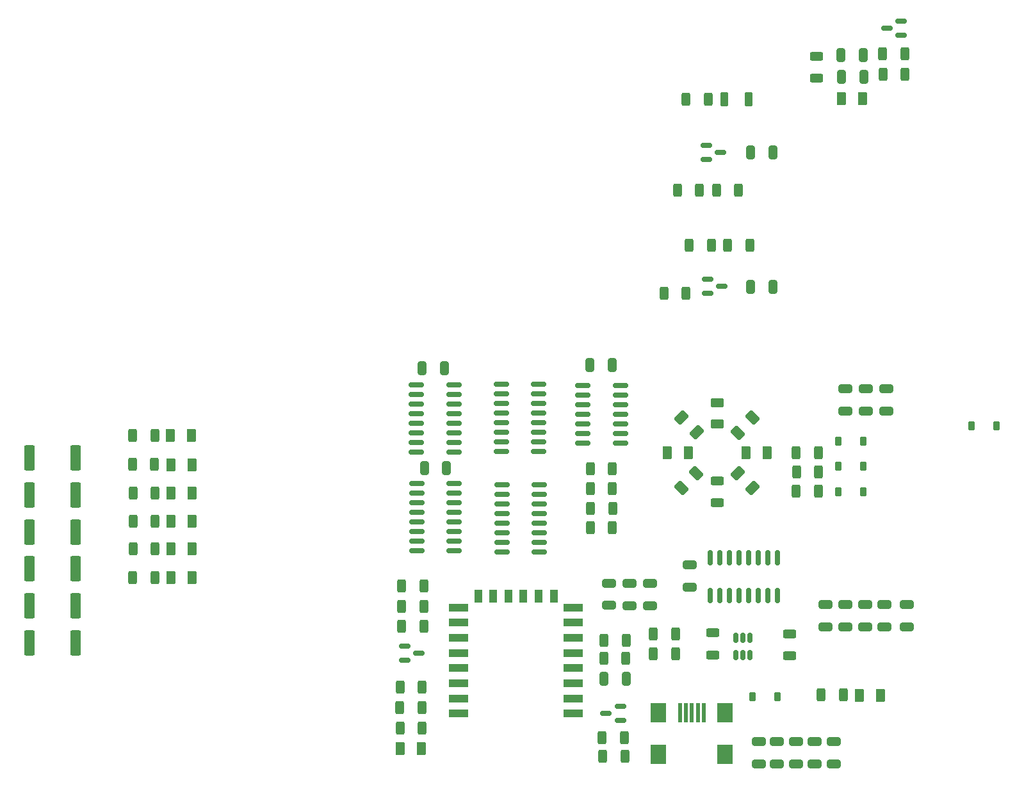
<source format=gbr>
%TF.GenerationSoftware,KiCad,Pcbnew,8.0.8-2.fc41*%
%TF.CreationDate,2025-02-07T10:50:48+08:00*%
%TF.ProjectId,K9AY_switch,4b394159-5f73-4776-9974-63682e6b6963,rev?*%
%TF.SameCoordinates,Original*%
%TF.FileFunction,Paste,Top*%
%TF.FilePolarity,Positive*%
%FSLAX46Y46*%
G04 Gerber Fmt 4.6, Leading zero omitted, Abs format (unit mm)*
G04 Created by KiCad (PCBNEW 8.0.8-2.fc41) date 2025-02-07 10:50:48*
%MOMM*%
%LPD*%
G01*
G04 APERTURE LIST*
G04 Aperture macros list*
%AMRoundRect*
0 Rectangle with rounded corners*
0 $1 Rounding radius*
0 $2 $3 $4 $5 $6 $7 $8 $9 X,Y pos of 4 corners*
0 Add a 4 corners polygon primitive as box body*
4,1,4,$2,$3,$4,$5,$6,$7,$8,$9,$2,$3,0*
0 Add four circle primitives for the rounded corners*
1,1,$1+$1,$2,$3*
1,1,$1+$1,$4,$5*
1,1,$1+$1,$6,$7*
1,1,$1+$1,$8,$9*
0 Add four rect primitives between the rounded corners*
20,1,$1+$1,$2,$3,$4,$5,0*
20,1,$1+$1,$4,$5,$6,$7,0*
20,1,$1+$1,$6,$7,$8,$9,0*
20,1,$1+$1,$8,$9,$2,$3,0*%
G04 Aperture macros list end*
%ADD10RoundRect,0.250000X-0.707107X-0.176777X-0.176777X-0.707107X0.707107X0.176777X0.176777X0.707107X0*%
%ADD11RoundRect,0.250000X0.375000X0.625000X-0.375000X0.625000X-0.375000X-0.625000X0.375000X-0.625000X0*%
%ADD12RoundRect,0.250000X-0.312500X-0.625000X0.312500X-0.625000X0.312500X0.625000X-0.312500X0.625000X0*%
%ADD13RoundRect,0.250000X0.650000X-0.325000X0.650000X0.325000X-0.650000X0.325000X-0.650000X-0.325000X0*%
%ADD14RoundRect,0.250000X-0.650000X0.325000X-0.650000X-0.325000X0.650000X-0.325000X0.650000X0.325000X0*%
%ADD15RoundRect,0.249999X-0.450001X-1.425001X0.450001X-1.425001X0.450001X1.425001X-0.450001X1.425001X0*%
%ADD16RoundRect,0.225000X-0.225000X-0.375000X0.225000X-0.375000X0.225000X0.375000X-0.225000X0.375000X0*%
%ADD17RoundRect,0.250000X-0.325000X-0.650000X0.325000X-0.650000X0.325000X0.650000X-0.325000X0.650000X0*%
%ADD18R,2.500000X1.000000*%
%ADD19R,1.000000X1.800000*%
%ADD20RoundRect,0.150000X0.825000X0.150000X-0.825000X0.150000X-0.825000X-0.150000X0.825000X-0.150000X0*%
%ADD21RoundRect,0.150000X-0.587500X-0.150000X0.587500X-0.150000X0.587500X0.150000X-0.587500X0.150000X0*%
%ADD22RoundRect,0.250000X-0.625000X0.312500X-0.625000X-0.312500X0.625000X-0.312500X0.625000X0.312500X0*%
%ADD23RoundRect,0.250000X0.625000X-0.312500X0.625000X0.312500X-0.625000X0.312500X-0.625000X-0.312500X0*%
%ADD24RoundRect,0.250000X0.312500X0.625000X-0.312500X0.625000X-0.312500X-0.625000X0.312500X-0.625000X0*%
%ADD25RoundRect,0.250000X0.325000X0.650000X-0.325000X0.650000X-0.325000X-0.650000X0.325000X-0.650000X0*%
%ADD26RoundRect,0.150000X-0.825000X-0.150000X0.825000X-0.150000X0.825000X0.150000X-0.825000X0.150000X0*%
%ADD27R,0.500000X2.500000*%
%ADD28R,2.000000X2.500000*%
%ADD29RoundRect,0.250000X0.707107X0.176777X0.176777X0.707107X-0.707107X-0.176777X-0.176777X-0.707107X0*%
%ADD30RoundRect,0.150000X0.587500X0.150000X-0.587500X0.150000X-0.587500X-0.150000X0.587500X-0.150000X0*%
%ADD31RoundRect,0.250000X-0.275000X-0.700000X0.275000X-0.700000X0.275000X0.700000X-0.275000X0.700000X0*%
%ADD32RoundRect,0.225000X0.225000X0.375000X-0.225000X0.375000X-0.225000X-0.375000X0.225000X-0.375000X0*%
%ADD33RoundRect,0.150000X0.150000X-0.825000X0.150000X0.825000X-0.150000X0.825000X-0.150000X-0.825000X0*%
%ADD34RoundRect,0.250000X0.176777X-0.707107X0.707107X-0.176777X-0.176777X0.707107X-0.707107X0.176777X0*%
%ADD35RoundRect,0.150000X0.150000X-0.512500X0.150000X0.512500X-0.150000X0.512500X-0.150000X-0.512500X0*%
%ADD36RoundRect,0.250000X-0.375000X-0.625000X0.375000X-0.625000X0.375000X0.625000X-0.375000X0.625000X0*%
%ADD37RoundRect,0.250000X0.625000X-0.375000X0.625000X0.375000X-0.625000X0.375000X-0.625000X-0.375000X0*%
%ADD38RoundRect,0.250000X-0.176777X0.707107X-0.707107X0.176777X0.176777X-0.707107X0.707107X-0.176777X0*%
G04 APERTURE END LIST*
D10*
%TO.C,D11*%
X152831800Y-92252800D03*
X154811698Y-94232698D03*
%TD*%
D11*
%TO.C,D15*%
X169395600Y-42748200D03*
X166595600Y-42748200D03*
%TD*%
D12*
%TO.C,R13*%
X134960900Y-127203200D03*
X137885900Y-127203200D03*
%TD*%
%TO.C,R22*%
X160614900Y-89560400D03*
X163539900Y-89560400D03*
%TD*%
D13*
%TO.C,C28*%
X167081200Y-112572800D03*
X167081200Y-109622800D03*
%TD*%
D12*
%TO.C,R21*%
X133360700Y-99466400D03*
X136285700Y-99466400D03*
%TD*%
D11*
%TO.C,D21*%
X80698800Y-106045000D03*
X77898800Y-106045000D03*
%TD*%
D13*
%TO.C,C27*%
X164490400Y-112572800D03*
X164490400Y-109622800D03*
%TD*%
D14*
%TO.C,C12*%
X163068000Y-127736600D03*
X163068000Y-130686600D03*
%TD*%
D15*
%TO.C,R32*%
X59258200Y-104901000D03*
X65358200Y-104901000D03*
%TD*%
%TO.C,R31*%
X59258200Y-100011000D03*
X65358200Y-100011000D03*
%TD*%
D16*
%TO.C,D8*%
X166142400Y-94713800D03*
X169442400Y-94713800D03*
%TD*%
D17*
%TO.C,C3*%
X154582600Y-67589400D03*
X157532600Y-67589400D03*
%TD*%
D15*
%TO.C,R33*%
X59258200Y-109791000D03*
X65358200Y-109791000D03*
%TD*%
D18*
%TO.C,U1*%
X131145600Y-124015800D03*
X131145600Y-122015800D03*
X131145600Y-120015800D03*
X131145600Y-118015800D03*
X131145600Y-116015800D03*
X131145600Y-114015800D03*
X131145600Y-112015800D03*
X131145600Y-110015800D03*
D19*
X128545600Y-108515800D03*
X126545600Y-108515800D03*
X124545600Y-108515800D03*
X122545600Y-108515800D03*
X120545600Y-108515800D03*
X118545600Y-108515800D03*
D18*
X115945600Y-110015800D03*
X115945600Y-112015800D03*
X115945600Y-114015800D03*
X115945600Y-116015800D03*
X115945600Y-118015800D03*
X115945600Y-120015800D03*
X115945600Y-122015800D03*
X115945600Y-124015800D03*
%TD*%
D13*
%TO.C,C22*%
X169824400Y-84025000D03*
X169824400Y-81075000D03*
%TD*%
D11*
%TO.C,D16*%
X80673400Y-87299800D03*
X77873400Y-87299800D03*
%TD*%
D20*
%TO.C,U2*%
X115327200Y-89493000D03*
X115327200Y-88223000D03*
X115327200Y-86953000D03*
X115327200Y-85683000D03*
X115327200Y-84413000D03*
X115327200Y-83143000D03*
X115327200Y-81873000D03*
X115327200Y-80603000D03*
X110377200Y-80603000D03*
X110377200Y-81873000D03*
X110377200Y-83143000D03*
X110377200Y-84413000D03*
X110377200Y-85683000D03*
X110377200Y-86953000D03*
X110377200Y-88223000D03*
X110377200Y-89493000D03*
%TD*%
D21*
%TO.C,Q1*%
X148895000Y-66578400D03*
X148895000Y-68478400D03*
X150770000Y-67528400D03*
%TD*%
D13*
%TO.C,C29*%
X169722800Y-112572800D03*
X169722800Y-109622800D03*
%TD*%
D12*
%TO.C,R11*%
X141702600Y-116128800D03*
X144627600Y-116128800D03*
%TD*%
%TO.C,R36*%
X172070300Y-39547800D03*
X174995300Y-39547800D03*
%TD*%
D21*
%TO.C,Q4*%
X148747200Y-48884800D03*
X148747200Y-50784800D03*
X150622200Y-49834800D03*
%TD*%
D22*
%TO.C,R9*%
X149580600Y-113345500D03*
X149580600Y-116270500D03*
%TD*%
D11*
%TO.C,D19*%
X80698800Y-98602800D03*
X77898800Y-98602800D03*
%TD*%
D23*
%TO.C,R26*%
X150139400Y-96168400D03*
X150139400Y-93243400D03*
%TD*%
D13*
%TO.C,C23*%
X167081200Y-84025000D03*
X167081200Y-81075000D03*
%TD*%
%TO.C,C9*%
X175183800Y-112572800D03*
X175183800Y-109622800D03*
%TD*%
D24*
%TO.C,R39*%
X75782900Y-87299800D03*
X72857900Y-87299800D03*
%TD*%
D25*
%TO.C,C19*%
X136298200Y-77952600D03*
X133348200Y-77952600D03*
%TD*%
D11*
%TO.C,D13*%
X146329400Y-89560400D03*
X143529400Y-89560400D03*
%TD*%
D25*
%TO.C,C18*%
X114098600Y-78333600D03*
X111148600Y-78333600D03*
%TD*%
D11*
%TO.C,D2*%
X171780200Y-121615200D03*
X168980200Y-121615200D03*
%TD*%
D24*
%TO.C,R18*%
X111139700Y-120523000D03*
X108214700Y-120523000D03*
%TD*%
D26*
%TO.C,U4*%
X121615200Y-80467200D03*
X121615200Y-81737200D03*
X121615200Y-83007200D03*
X121615200Y-84277200D03*
X121615200Y-85547200D03*
X121615200Y-86817200D03*
X121615200Y-88087200D03*
X121615200Y-89357200D03*
X126565200Y-89357200D03*
X126565200Y-88087200D03*
X126565200Y-86817200D03*
X126565200Y-85547200D03*
X126565200Y-84277200D03*
X126565200Y-83007200D03*
X126565200Y-81737200D03*
X126565200Y-80467200D03*
%TD*%
D27*
%TO.C,J5*%
X145212000Y-123933800D03*
X146012000Y-123933800D03*
X146812000Y-123933800D03*
X147612000Y-123933800D03*
X148412000Y-123933800D03*
D28*
X142412000Y-123933800D03*
X142412000Y-129433800D03*
X151212000Y-123933800D03*
X151212000Y-129433800D03*
%TD*%
D24*
%TO.C,R42*%
X75833700Y-98577400D03*
X72908700Y-98577400D03*
%TD*%
D26*
%TO.C,U3*%
X110416800Y-93649800D03*
X110416800Y-94919800D03*
X110416800Y-96189800D03*
X110416800Y-97459800D03*
X110416800Y-98729800D03*
X110416800Y-99999800D03*
X110416800Y-101269800D03*
X110416800Y-102539800D03*
X115366800Y-102539800D03*
X115366800Y-101269800D03*
X115366800Y-99999800D03*
X115366800Y-98729800D03*
X115366800Y-97459800D03*
X115366800Y-96189800D03*
X115366800Y-94919800D03*
X115366800Y-93649800D03*
%TD*%
D14*
%TO.C,C15*%
X138531600Y-106805200D03*
X138531600Y-109755200D03*
%TD*%
D12*
%TO.C,R35*%
X146009900Y-42824400D03*
X148934900Y-42824400D03*
%TD*%
D24*
%TO.C,R5*%
X146024600Y-68478400D03*
X143099600Y-68478400D03*
%TD*%
%TO.C,R15*%
X111114300Y-123240800D03*
X108189300Y-123240800D03*
%TD*%
D25*
%TO.C,C16*%
X138127000Y-119430800D03*
X135177000Y-119430800D03*
%TD*%
D14*
%TO.C,C11*%
X165531800Y-127736600D03*
X165531800Y-130686600D03*
%TD*%
%TO.C,C6*%
X135839200Y-106778000D03*
X135839200Y-109728000D03*
%TD*%
D29*
%TO.C,D14*%
X147421600Y-86868000D03*
X145441702Y-84888102D03*
%TD*%
D12*
%TO.C,R19*%
X108240100Y-125958600D03*
X111165100Y-125958600D03*
%TD*%
D24*
%TO.C,R43*%
X75833700Y-102209600D03*
X72908700Y-102209600D03*
%TD*%
D12*
%TO.C,R3*%
X144877800Y-54813200D03*
X147802800Y-54813200D03*
%TD*%
D22*
%TO.C,R8*%
X159740600Y-113497900D03*
X159740600Y-116422900D03*
%TD*%
D24*
%TO.C,R40*%
X75768200Y-91084400D03*
X72843200Y-91084400D03*
%TD*%
D26*
%TO.C,U7*%
X132399000Y-80670400D03*
X132399000Y-81940400D03*
X132399000Y-83210400D03*
X132399000Y-84480400D03*
X132399000Y-85750400D03*
X132399000Y-87020400D03*
X132399000Y-88290400D03*
X137349000Y-88290400D03*
X137349000Y-87020400D03*
X137349000Y-85750400D03*
X137349000Y-84480400D03*
X137349000Y-83210400D03*
X137349000Y-81940400D03*
X137349000Y-80670400D03*
%TD*%
D11*
%TO.C,D17*%
X80698800Y-91135200D03*
X77898800Y-91135200D03*
%TD*%
D30*
%TO.C,Q2*%
X137337800Y-124937600D03*
X137337800Y-123037600D03*
X135462800Y-123987600D03*
%TD*%
D14*
%TO.C,C26*%
X155625800Y-127736600D03*
X155625800Y-130686600D03*
%TD*%
D23*
%TO.C,R38*%
X163271200Y-40019700D03*
X163271200Y-37094700D03*
%TD*%
D12*
%TO.C,R37*%
X172044900Y-36830000D03*
X174969900Y-36830000D03*
%TD*%
D31*
%TO.C,L1*%
X151129800Y-42849800D03*
X154279800Y-42849800D03*
%TD*%
D32*
%TO.C,D3*%
X158139400Y-121818400D03*
X154839400Y-121818400D03*
%TD*%
D12*
%TO.C,R17*%
X108443300Y-112496600D03*
X111368300Y-112496600D03*
%TD*%
D11*
%TO.C,D20*%
X80724200Y-102260400D03*
X77924200Y-102260400D03*
%TD*%
D14*
%TO.C,C24*%
X160578800Y-127736600D03*
X160578800Y-130686600D03*
%TD*%
%TO.C,C13*%
X146532600Y-104341400D03*
X146532600Y-107291400D03*
%TD*%
D24*
%TO.C,R24*%
X136311100Y-94284800D03*
X133386100Y-94284800D03*
%TD*%
D15*
%TO.C,R2*%
X59258200Y-90231000D03*
X65358200Y-90231000D03*
%TD*%
D33*
%TO.C,U11*%
X149199600Y-108404200D03*
X150469600Y-108404200D03*
X151739600Y-108404200D03*
X153009600Y-108404200D03*
X154279600Y-108404200D03*
X155549600Y-108404200D03*
X156819600Y-108404200D03*
X158089600Y-108404200D03*
X158089600Y-103454200D03*
X156819600Y-103454200D03*
X155549600Y-103454200D03*
X154279600Y-103454200D03*
X153009600Y-103454200D03*
X151739600Y-103454200D03*
X150469600Y-103454200D03*
X149199600Y-103454200D03*
%TD*%
D12*
%TO.C,R20*%
X135189500Y-114350800D03*
X138114500Y-114350800D03*
%TD*%
D34*
%TO.C,D9*%
X152857200Y-86893400D03*
X154837098Y-84913502D03*
%TD*%
D11*
%TO.C,D18*%
X80698800Y-94894400D03*
X77898800Y-94894400D03*
%TD*%
D25*
%TO.C,C21*%
X169470600Y-36982400D03*
X166520600Y-36982400D03*
%TD*%
D15*
%TO.C,R6*%
X59258200Y-95121000D03*
X65358200Y-95121000D03*
%TD*%
D14*
%TO.C,C14*%
X141249400Y-106805200D03*
X141249400Y-109755200D03*
%TD*%
%TO.C,C25*%
X158064200Y-127736600D03*
X158064200Y-130686600D03*
%TD*%
D12*
%TO.C,R16*%
X108428600Y-107137200D03*
X111353600Y-107137200D03*
%TD*%
%TO.C,R14*%
X135011700Y-129692400D03*
X137936700Y-129692400D03*
%TD*%
D25*
%TO.C,C20*%
X169521400Y-39827200D03*
X166571400Y-39827200D03*
%TD*%
D12*
%TO.C,R7*%
X108417900Y-109829600D03*
X111342900Y-109829600D03*
%TD*%
D15*
%TO.C,R34*%
X59258200Y-114681000D03*
X65358200Y-114681000D03*
%TD*%
D35*
%TO.C,U12*%
X152593000Y-116295600D03*
X153543000Y-116295600D03*
X154493000Y-116295600D03*
X154493000Y-114020600D03*
X153543000Y-114020600D03*
X152593000Y-114020600D03*
%TD*%
D24*
%TO.C,R44*%
X75808300Y-106019600D03*
X72883300Y-106019600D03*
%TD*%
D12*
%TO.C,R29*%
X146452400Y-62103000D03*
X149377400Y-62103000D03*
%TD*%
D36*
%TO.C,D4*%
X108251800Y-128625600D03*
X111051800Y-128625600D03*
%TD*%
D16*
%TO.C,D1*%
X183744600Y-85979000D03*
X187044600Y-85979000D03*
%TD*%
D21*
%TO.C,Q3*%
X108813600Y-115092400D03*
X108813600Y-116992400D03*
X110688600Y-116042400D03*
%TD*%
D24*
%TO.C,R1*%
X166801800Y-121589800D03*
X163876800Y-121589800D03*
%TD*%
D13*
%TO.C,C2*%
X172491400Y-84023200D03*
X172491400Y-81073200D03*
%TD*%
D17*
%TO.C,C17*%
X111428000Y-91541600D03*
X114378000Y-91541600D03*
%TD*%
D36*
%TO.C,D10*%
X153943400Y-89585800D03*
X156743400Y-89585800D03*
%TD*%
D12*
%TO.C,R30*%
X151557800Y-62103000D03*
X154482800Y-62103000D03*
%TD*%
D24*
%TO.C,R28*%
X163565300Y-92075000D03*
X160640300Y-92075000D03*
%TD*%
D13*
%TO.C,C8*%
X172288200Y-112572800D03*
X172288200Y-109622800D03*
%TD*%
D16*
%TO.C,D6*%
X166142400Y-88013800D03*
X169442400Y-88013800D03*
%TD*%
D24*
%TO.C,R23*%
X136361900Y-96875600D03*
X133436900Y-96875600D03*
%TD*%
D12*
%TO.C,R4*%
X150063200Y-54813200D03*
X152988200Y-54813200D03*
%TD*%
D26*
%TO.C,U8*%
X121694400Y-93751400D03*
X121694400Y-95021400D03*
X121694400Y-96291400D03*
X121694400Y-97561400D03*
X121694400Y-98831400D03*
X121694400Y-100101400D03*
X121694400Y-101371400D03*
X121694400Y-102641400D03*
X126644400Y-102641400D03*
X126644400Y-101371400D03*
X126644400Y-100101400D03*
X126644400Y-98831400D03*
X126644400Y-97561400D03*
X126644400Y-96291400D03*
X126644400Y-95021400D03*
X126644400Y-93751400D03*
%TD*%
D12*
%TO.C,R25*%
X160614900Y-94640400D03*
X163539900Y-94640400D03*
%TD*%
D17*
%TO.C,C5*%
X154582600Y-49860200D03*
X157532600Y-49860200D03*
%TD*%
D37*
%TO.C,D5*%
X150139400Y-85775800D03*
X150139400Y-82975800D03*
%TD*%
D30*
%TO.C,Q5*%
X174444900Y-34339700D03*
X174444900Y-32439700D03*
X172569900Y-33389700D03*
%TD*%
D12*
%TO.C,R10*%
X141702600Y-113538000D03*
X144627600Y-113538000D03*
%TD*%
D24*
%TO.C,R27*%
X136300400Y-91668600D03*
X133375400Y-91668600D03*
%TD*%
D38*
%TO.C,D12*%
X147396200Y-92252800D03*
X145416302Y-94232698D03*
%TD*%
D12*
%TO.C,R12*%
X135164100Y-116763800D03*
X138089100Y-116763800D03*
%TD*%
D16*
%TO.C,D7*%
X166142400Y-91363800D03*
X169442400Y-91363800D03*
%TD*%
D24*
%TO.C,R41*%
X75859100Y-94869000D03*
X72934100Y-94869000D03*
%TD*%
M02*

</source>
